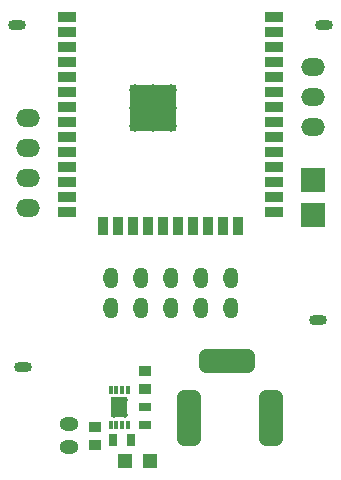
<source format=gbr>
G04*
G04 #@! TF.GenerationSoftware,Altium Limited,Altium Designer,22.4.2 (48)*
G04*
G04 Layer_Color=255*
%FSLAX44Y44*%
%MOMM*%
G71*
G04*
G04 #@! TF.SameCoordinates,838EBF20-BE27-4DE5-A25A-4BBD7161CD63*
G04*
G04*
G04 #@! TF.FilePolarity,Positive*
G04*
G01*
G75*
%ADD14R,1.5000X0.9000*%
%ADD15R,0.9000X1.5000*%
%ADD16R,4.0000X4.0000*%
%ADD17R,1.0000X0.9500*%
%ADD18R,1.4500X1.7500*%
%ADD19R,0.3000X0.7500*%
%ADD20R,0.7500X1.0000*%
%ADD22R,1.0000X0.7500*%
%ADD23R,2.0000X2.0000*%
%ADD39R,1.2000X1.2000*%
%ADD42C,1.0000*%
%ADD43C,0.5080*%
%ADD44O,1.6000X1.2000*%
%ADD45O,1.2700X1.7780*%
G04:AMPARAMS|DCode=46|XSize=4.7mm|YSize=2mm|CornerRadius=0.5mm|HoleSize=0mm|Usage=FLASHONLY|Rotation=90.000|XOffset=0mm|YOffset=0mm|HoleType=Round|Shape=RoundedRectangle|*
%AMROUNDEDRECTD46*
21,1,4.7000,1.0000,0,0,90.0*
21,1,3.7000,2.0000,0,0,90.0*
1,1,1.0000,0.5000,1.8500*
1,1,1.0000,0.5000,-1.8500*
1,1,1.0000,-0.5000,-1.8500*
1,1,1.0000,-0.5000,1.8500*
%
%ADD46ROUNDEDRECTD46*%
G04:AMPARAMS|DCode=47|XSize=4.7mm|YSize=2mm|CornerRadius=0.5mm|HoleSize=0mm|Usage=FLASHONLY|Rotation=0.000|XOffset=0mm|YOffset=0mm|HoleType=Round|Shape=RoundedRectangle|*
%AMROUNDEDRECTD47*
21,1,4.7000,1.0000,0,0,0.0*
21,1,3.7000,2.0000,0,0,0.0*
1,1,1.0000,1.8500,-0.5000*
1,1,1.0000,-1.8500,-0.5000*
1,1,1.0000,-1.8500,0.5000*
1,1,1.0000,1.8500,0.5000*
%
%ADD47ROUNDEDRECTD47*%
%ADD48O,2.0000X1.5000*%
%ADD49O,1.5000X0.9000*%
D14*
X237500Y386800D02*
D03*
Y374100D02*
D03*
Y361400D02*
D03*
Y348700D02*
D03*
Y336000D02*
D03*
Y323300D02*
D03*
Y310600D02*
D03*
Y297900D02*
D03*
Y285200D02*
D03*
Y272500D02*
D03*
Y259800D02*
D03*
Y247100D02*
D03*
Y234400D02*
D03*
Y221700D02*
D03*
X62500D02*
D03*
Y234400D02*
D03*
Y247100D02*
D03*
Y259800D02*
D03*
Y272500D02*
D03*
Y285200D02*
D03*
Y297900D02*
D03*
Y310600D02*
D03*
Y323300D02*
D03*
Y336000D02*
D03*
Y348700D02*
D03*
Y361400D02*
D03*
Y374100D02*
D03*
Y386800D02*
D03*
D15*
X156400Y209200D02*
D03*
X207200D02*
D03*
X194500D02*
D03*
X181800D02*
D03*
X169100D02*
D03*
X143700D02*
D03*
X131000D02*
D03*
X118300D02*
D03*
X105600D02*
D03*
X92900D02*
D03*
D16*
X135000Y309600D02*
D03*
D17*
X86360Y39750D02*
D03*
Y23750D02*
D03*
X128270Y71120D02*
D03*
Y87120D02*
D03*
D18*
X106680Y55880D02*
D03*
D19*
X114180Y41380D02*
D03*
X109180D02*
D03*
X104180D02*
D03*
X99180D02*
D03*
Y70380D02*
D03*
X104180D02*
D03*
X109180D02*
D03*
X114180D02*
D03*
D20*
X116150Y27940D02*
D03*
X101150D02*
D03*
D22*
X128270Y40880D02*
D03*
Y55880D02*
D03*
D23*
X270510Y218680D02*
D03*
Y248680D02*
D03*
D39*
X132420Y10160D02*
D03*
X111420Y10160D02*
D03*
D42*
X135000Y309600D02*
D03*
Y294600D02*
D03*
Y324670D02*
D03*
X150000Y309600D02*
D03*
X120000D02*
D03*
Y294600D02*
D03*
X150000D02*
D03*
Y324670D02*
D03*
X120000D02*
D03*
D43*
X111180Y49880D02*
D03*
X102180D02*
D03*
X111180Y61880D02*
D03*
X102180D02*
D03*
D44*
X64000Y22000D02*
D03*
Y42000D02*
D03*
D45*
X150000Y165100D02*
D03*
X175400Y139700D02*
D03*
X124600Y165100D02*
D03*
Y139700D02*
D03*
X99200Y165100D02*
D03*
Y139700D02*
D03*
X150000D02*
D03*
X200800D02*
D03*
Y165100D02*
D03*
X175400Y165100D02*
D03*
D46*
X235000Y46990D02*
D03*
X166000D02*
D03*
D47*
X197500Y94990D02*
D03*
D48*
X270510Y344170D02*
D03*
Y293370D02*
D03*
Y318770D02*
D03*
X29000Y224790D02*
D03*
Y275590D02*
D03*
Y250190D02*
D03*
Y300990D02*
D03*
D49*
X275000Y130000D02*
D03*
X25000Y90000D02*
D03*
X20000Y380000D02*
D03*
X280000D02*
D03*
M02*

</source>
